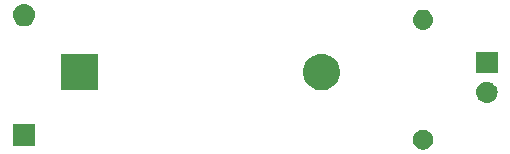
<source format=gbr>
G04 #@! TF.GenerationSoftware,KiCad,Pcbnew,(5.0.1-3-g963ef8bb5)*
G04 #@! TF.CreationDate,2020-10-05T18:58:13+01:00*
G04 #@! TF.ProjectId,CMOS_Battery_Holder,434D4F535F426174746572795F486F6C,rev?*
G04 #@! TF.SameCoordinates,Original*
G04 #@! TF.FileFunction,Soldermask,Top*
G04 #@! TF.FilePolarity,Negative*
%FSLAX46Y46*%
G04 Gerber Fmt 4.6, Leading zero omitted, Abs format (unit mm)*
G04 Created by KiCad (PCBNEW (5.0.1-3-g963ef8bb5)) date Monday, 05 October 2020 at 18:58:13*
%MOMM*%
%LPD*%
G01*
G04 APERTURE LIST*
%ADD10C,0.100000*%
G04 APERTURE END LIST*
D10*
G36*
X167253228Y-96971703D02*
X167408100Y-97035853D01*
X167547481Y-97128985D01*
X167666015Y-97247519D01*
X167759147Y-97386900D01*
X167823297Y-97541772D01*
X167856000Y-97706184D01*
X167856000Y-97873816D01*
X167823297Y-98038228D01*
X167759147Y-98193100D01*
X167666015Y-98332481D01*
X167547481Y-98451015D01*
X167408100Y-98544147D01*
X167253228Y-98608297D01*
X167088816Y-98641000D01*
X166921184Y-98641000D01*
X166756772Y-98608297D01*
X166601900Y-98544147D01*
X166462519Y-98451015D01*
X166343985Y-98332481D01*
X166250853Y-98193100D01*
X166186703Y-98038228D01*
X166154000Y-97873816D01*
X166154000Y-97706184D01*
X166186703Y-97541772D01*
X166250853Y-97386900D01*
X166343985Y-97247519D01*
X166462519Y-97128985D01*
X166601900Y-97035853D01*
X166756772Y-96971703D01*
X166921184Y-96939000D01*
X167088816Y-96939000D01*
X167253228Y-96971703D01*
X167253228Y-96971703D01*
G37*
G36*
X134174000Y-98360000D02*
X132272000Y-98360000D01*
X132272000Y-96458000D01*
X134174000Y-96458000D01*
X134174000Y-98360000D01*
X134174000Y-98360000D01*
G37*
G36*
X172522006Y-92891703D02*
X172588191Y-92898222D01*
X172701417Y-92932569D01*
X172758031Y-92949742D01*
X172896651Y-93023837D01*
X172914555Y-93033407D01*
X172950293Y-93062737D01*
X173051750Y-93145999D01*
X173135012Y-93247456D01*
X173164342Y-93283194D01*
X173164343Y-93283196D01*
X173248007Y-93439718D01*
X173248007Y-93439719D01*
X173299527Y-93609558D01*
X173316923Y-93786185D01*
X173299527Y-93962812D01*
X173265180Y-94076038D01*
X173248007Y-94132652D01*
X173173912Y-94271272D01*
X173164342Y-94289176D01*
X173135012Y-94324914D01*
X173051750Y-94426371D01*
X172950293Y-94509633D01*
X172914555Y-94538963D01*
X172914553Y-94538964D01*
X172758031Y-94622628D01*
X172701417Y-94639801D01*
X172588191Y-94674148D01*
X172522007Y-94680666D01*
X172455824Y-94687185D01*
X172367304Y-94687185D01*
X172301121Y-94680666D01*
X172234937Y-94674148D01*
X172121711Y-94639801D01*
X172065097Y-94622628D01*
X171908575Y-94538964D01*
X171908573Y-94538963D01*
X171872835Y-94509633D01*
X171771378Y-94426371D01*
X171688116Y-94324914D01*
X171658786Y-94289176D01*
X171649216Y-94271272D01*
X171575121Y-94132652D01*
X171557948Y-94076038D01*
X171523601Y-93962812D01*
X171506205Y-93786185D01*
X171523601Y-93609558D01*
X171575121Y-93439719D01*
X171575121Y-93439718D01*
X171658785Y-93283196D01*
X171658786Y-93283194D01*
X171688116Y-93247456D01*
X171771378Y-93145999D01*
X171872835Y-93062737D01*
X171908573Y-93033407D01*
X171926477Y-93023837D01*
X172065097Y-92949742D01*
X172121711Y-92932569D01*
X172234937Y-92898222D01*
X172301121Y-92891704D01*
X172367304Y-92885185D01*
X172455824Y-92885185D01*
X172522006Y-92891703D01*
X172522006Y-92891703D01*
G37*
G36*
X158764527Y-90563736D02*
X158864410Y-90583604D01*
X159146674Y-90700521D01*
X159400705Y-90870259D01*
X159616741Y-91086295D01*
X159786479Y-91340326D01*
X159903396Y-91622590D01*
X159963000Y-91922240D01*
X159963000Y-92227760D01*
X159903396Y-92527410D01*
X159786479Y-92809674D01*
X159616741Y-93063705D01*
X159400705Y-93279741D01*
X159146674Y-93449479D01*
X158864410Y-93566396D01*
X158764527Y-93586264D01*
X158564762Y-93626000D01*
X158259238Y-93626000D01*
X158059473Y-93586264D01*
X157959590Y-93566396D01*
X157677326Y-93449479D01*
X157423295Y-93279741D01*
X157207259Y-93063705D01*
X157037521Y-92809674D01*
X156920604Y-92527410D01*
X156861000Y-92227760D01*
X156861000Y-91922240D01*
X156920604Y-91622590D01*
X157037521Y-91340326D01*
X157207259Y-91086295D01*
X157423295Y-90870259D01*
X157677326Y-90700521D01*
X157959590Y-90583604D01*
X158059473Y-90563736D01*
X158259238Y-90524000D01*
X158564762Y-90524000D01*
X158764527Y-90563736D01*
X158764527Y-90563736D01*
G37*
G36*
X139473000Y-93626000D02*
X136371000Y-93626000D01*
X136371000Y-90524000D01*
X139473000Y-90524000D01*
X139473000Y-93626000D01*
X139473000Y-93626000D01*
G37*
G36*
X173312564Y-92147185D02*
X171510564Y-92147185D01*
X171510564Y-90345185D01*
X173312564Y-90345185D01*
X173312564Y-92147185D01*
X173312564Y-92147185D01*
G37*
G36*
X167171821Y-86791313D02*
X167171824Y-86791314D01*
X167171825Y-86791314D01*
X167332239Y-86839975D01*
X167332241Y-86839976D01*
X167332244Y-86839977D01*
X167480078Y-86918995D01*
X167609659Y-87025341D01*
X167716005Y-87154922D01*
X167795023Y-87302756D01*
X167843687Y-87463179D01*
X167860117Y-87630000D01*
X167843687Y-87796821D01*
X167795023Y-87957244D01*
X167716005Y-88105078D01*
X167609659Y-88234659D01*
X167480078Y-88341005D01*
X167332244Y-88420023D01*
X167332241Y-88420024D01*
X167332239Y-88420025D01*
X167171825Y-88468686D01*
X167171824Y-88468686D01*
X167171821Y-88468687D01*
X167046804Y-88481000D01*
X166963196Y-88481000D01*
X166838179Y-88468687D01*
X166838176Y-88468686D01*
X166838175Y-88468686D01*
X166677761Y-88420025D01*
X166677759Y-88420024D01*
X166677756Y-88420023D01*
X166529922Y-88341005D01*
X166400341Y-88234659D01*
X166293995Y-88105078D01*
X166214977Y-87957244D01*
X166166313Y-87796821D01*
X166149883Y-87630000D01*
X166166313Y-87463179D01*
X166214977Y-87302756D01*
X166293995Y-87154922D01*
X166400341Y-87025341D01*
X166529922Y-86918995D01*
X166677756Y-86839977D01*
X166677759Y-86839976D01*
X166677761Y-86839975D01*
X166838175Y-86791314D01*
X166838176Y-86791314D01*
X166838179Y-86791313D01*
X166963196Y-86779000D01*
X167046804Y-86779000D01*
X167171821Y-86791313D01*
X167171821Y-86791313D01*
G37*
G36*
X133409425Y-86311760D02*
X133409428Y-86311761D01*
X133409429Y-86311761D01*
X133588693Y-86366140D01*
X133588695Y-86366141D01*
X133753905Y-86454448D01*
X133898712Y-86573288D01*
X134017552Y-86718095D01*
X134082700Y-86839977D01*
X134105860Y-86883307D01*
X134116686Y-86918996D01*
X134160240Y-87062575D01*
X134178601Y-87249000D01*
X134160240Y-87435425D01*
X134105859Y-87614695D01*
X134017552Y-87779905D01*
X133898712Y-87924712D01*
X133753905Y-88043552D01*
X133753903Y-88043553D01*
X133588693Y-88131860D01*
X133409429Y-88186239D01*
X133409428Y-88186239D01*
X133409425Y-88186240D01*
X133269718Y-88200000D01*
X133176282Y-88200000D01*
X133036575Y-88186240D01*
X133036572Y-88186239D01*
X133036571Y-88186239D01*
X132857307Y-88131860D01*
X132692097Y-88043553D01*
X132692095Y-88043552D01*
X132547288Y-87924712D01*
X132428448Y-87779905D01*
X132340141Y-87614695D01*
X132285760Y-87435425D01*
X132267399Y-87249000D01*
X132285760Y-87062575D01*
X132329314Y-86918996D01*
X132340140Y-86883307D01*
X132363300Y-86839977D01*
X132428448Y-86718095D01*
X132547288Y-86573288D01*
X132692095Y-86454448D01*
X132857305Y-86366141D01*
X132857307Y-86366140D01*
X133036571Y-86311761D01*
X133036572Y-86311761D01*
X133036575Y-86311760D01*
X133176282Y-86298000D01*
X133269718Y-86298000D01*
X133409425Y-86311760D01*
X133409425Y-86311760D01*
G37*
M02*

</source>
